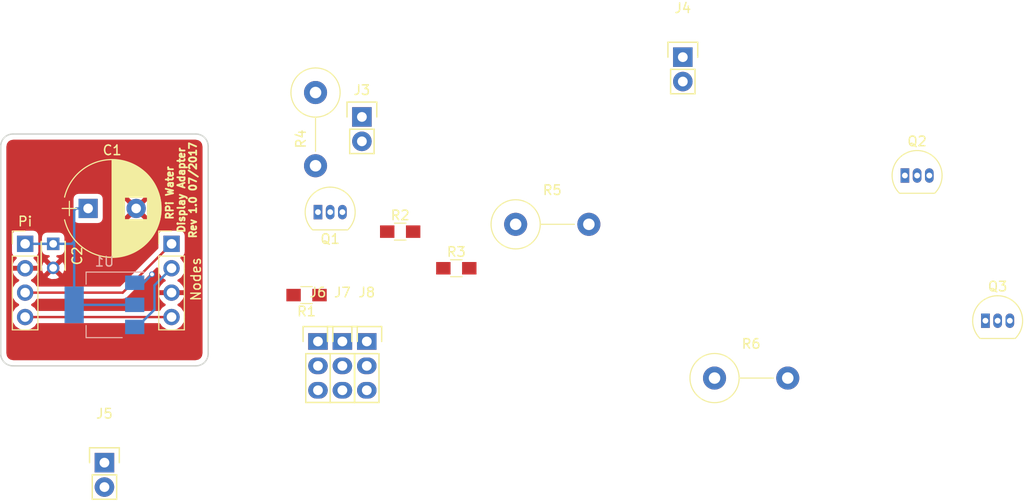
<source format=kicad_pcb>
(kicad_pcb (version 4) (host pcbnew 4.0.6)

  (general
    (links 36)
    (no_connects 25)
    (area 138.075599 95.962399 159.815601 120.242401)
    (thickness 1.6)
    (drawings 9)
    (tracks 19)
    (zones 0)
    (modules 20)
    (nets 17)
  )

  (page A4)
  (layers
    (0 F.Cu signal)
    (31 B.Cu signal)
    (32 B.Adhes user)
    (33 F.Adhes user)
    (34 B.Paste user)
    (35 F.Paste user)
    (36 B.SilkS user)
    (37 F.SilkS user)
    (38 B.Mask user)
    (39 F.Mask user)
    (40 Dwgs.User user)
    (41 Cmts.User user)
    (42 Eco1.User user)
    (43 Eco2.User user)
    (44 Edge.Cuts user)
    (45 Margin user)
    (46 B.CrtYd user hide)
    (47 F.CrtYd user)
    (48 B.Fab user hide)
    (49 F.Fab user hide)
  )

  (setup
    (last_trace_width 0.25)
    (trace_clearance 0.2)
    (zone_clearance 0.508)
    (zone_45_only no)
    (trace_min 0.2)
    (segment_width 0.2)
    (edge_width 0.15)
    (via_size 0.6)
    (via_drill 0.4)
    (via_min_size 0.4)
    (via_min_drill 0.3)
    (uvia_size 0.3)
    (uvia_drill 0.1)
    (uvias_allowed no)
    (uvia_min_size 0.2)
    (uvia_min_drill 0.1)
    (pcb_text_width 0.3)
    (pcb_text_size 1.5 1.5)
    (mod_edge_width 0.15)
    (mod_text_size 1 1)
    (mod_text_width 0.15)
    (pad_size 1.524 1.524)
    (pad_drill 0.762)
    (pad_to_mask_clearance 0.2)
    (aux_axis_origin 0 0)
    (grid_origin 138.1506 94.7674)
    (visible_elements FFFFFF7F)
    (pcbplotparams
      (layerselection 0x000f0_80000001)
      (usegerberextensions false)
      (excludeedgelayer true)
      (linewidth 0.100000)
      (plotframeref false)
      (viasonmask false)
      (mode 1)
      (useauxorigin false)
      (hpglpennumber 1)
      (hpglpenspeed 20)
      (hpglpendiameter 15)
      (hpglpenoverlay 2)
      (psnegative false)
      (psa4output false)
      (plotreference true)
      (plotvalue true)
      (plotinvisibletext false)
      (padsonsilk false)
      (subtractmaskfromsilk false)
      (outputformat 1)
      (mirror false)
      (drillshape 0)
      (scaleselection 1)
      (outputdirectory Gerbers/v1.0/))
  )

  (net 0 "")
  (net 1 "Net-(C1-Pad1)")
  (net 2 "Net-(C1-Pad2)")
  (net 3 "Net-(J1-Pad1)")
  (net 4 "Net-(J1-Pad2)")
  (net 5 "Net-(J1-Pad4)")
  (net 6 "Net-(J3-Pad2)")
  (net 7 "Net-(J6-Pad1)")
  (net 8 "Net-(J4-Pad2)")
  (net 9 "Net-(J7-Pad1)")
  (net 10 "Net-(J5-Pad2)")
  (net 11 "Net-(J8-Pad1)")
  (net 12 "Net-(J3-Pad1)")
  (net 13 "Net-(J4-Pad1)")
  (net 14 "Net-(J5-Pad1)")
  (net 15 +5V)
  (net 16 GND)

  (net_class Default "This is the default net class."
    (clearance 0.2)
    (trace_width 0.25)
    (via_dia 0.6)
    (via_drill 0.4)
    (uvia_dia 0.3)
    (uvia_drill 0.1)
    (add_net +5V)
    (add_net GND)
    (add_net "Net-(C1-Pad1)")
    (add_net "Net-(C1-Pad2)")
    (add_net "Net-(J1-Pad1)")
    (add_net "Net-(J1-Pad2)")
    (add_net "Net-(J1-Pad4)")
    (add_net "Net-(J3-Pad1)")
    (add_net "Net-(J3-Pad2)")
    (add_net "Net-(J4-Pad1)")
    (add_net "Net-(J4-Pad2)")
    (add_net "Net-(J5-Pad1)")
    (add_net "Net-(J5-Pad2)")
    (add_net "Net-(J6-Pad1)")
    (add_net "Net-(J7-Pad1)")
    (add_net "Net-(J8-Pad1)")
  )

  (module Capacitors_THT:CP_Radial_D10.0mm_P5.00mm locked (layer F.Cu) (tedit 58765D06) (tstamp 59580962)
    (at 147.2476 103.7844)
    (descr "CP, Radial series, Radial, pin pitch=5.00mm, , diameter=10mm, Electrolytic Capacitor")
    (tags "CP Radial series Radial pin pitch 5.00mm  diameter 10mm Electrolytic Capacitor")
    (path /59580BD2)
    (fp_text reference C1 (at 2.5 -6.06) (layer F.SilkS)
      (effects (font (size 1 1) (thickness 0.15)))
    )
    (fp_text value CP (at 2.5 6.06) (layer F.Fab)
      (effects (font (size 1 1) (thickness 0.15)))
    )
    (fp_arc (start 2.5 0) (end -2.451333 -1.18) (angle 153.2) (layer F.SilkS) (width 0.12))
    (fp_arc (start 2.5 0) (end -2.451333 1.18) (angle -153.2) (layer F.SilkS) (width 0.12))
    (fp_arc (start 2.5 0) (end 7.451333 -1.18) (angle 26.8) (layer F.SilkS) (width 0.12))
    (fp_circle (center 2.5 0) (end 7.5 0) (layer F.Fab) (width 0.1))
    (fp_line (start -2.7 0) (end -1.2 0) (layer F.Fab) (width 0.1))
    (fp_line (start -1.95 -0.75) (end -1.95 0.75) (layer F.Fab) (width 0.1))
    (fp_line (start 2.5 -5.05) (end 2.5 5.05) (layer F.SilkS) (width 0.12))
    (fp_line (start 2.54 -5.05) (end 2.54 5.05) (layer F.SilkS) (width 0.12))
    (fp_line (start 2.58 -5.05) (end 2.58 5.05) (layer F.SilkS) (width 0.12))
    (fp_line (start 2.62 -5.049) (end 2.62 5.049) (layer F.SilkS) (width 0.12))
    (fp_line (start 2.66 -5.048) (end 2.66 5.048) (layer F.SilkS) (width 0.12))
    (fp_line (start 2.7 -5.047) (end 2.7 5.047) (layer F.SilkS) (width 0.12))
    (fp_line (start 2.74 -5.045) (end 2.74 5.045) (layer F.SilkS) (width 0.12))
    (fp_line (start 2.78 -5.043) (end 2.78 5.043) (layer F.SilkS) (width 0.12))
    (fp_line (start 2.82 -5.04) (end 2.82 5.04) (layer F.SilkS) (width 0.12))
    (fp_line (start 2.86 -5.038) (end 2.86 5.038) (layer F.SilkS) (width 0.12))
    (fp_line (start 2.9 -5.035) (end 2.9 5.035) (layer F.SilkS) (width 0.12))
    (fp_line (start 2.94 -5.031) (end 2.94 5.031) (layer F.SilkS) (width 0.12))
    (fp_line (start 2.98 -5.028) (end 2.98 5.028) (layer F.SilkS) (width 0.12))
    (fp_line (start 3.02 -5.024) (end 3.02 5.024) (layer F.SilkS) (width 0.12))
    (fp_line (start 3.06 -5.02) (end 3.06 5.02) (layer F.SilkS) (width 0.12))
    (fp_line (start 3.1 -5.015) (end 3.1 5.015) (layer F.SilkS) (width 0.12))
    (fp_line (start 3.14 -5.01) (end 3.14 5.01) (layer F.SilkS) (width 0.12))
    (fp_line (start 3.18 -5.005) (end 3.18 5.005) (layer F.SilkS) (width 0.12))
    (fp_line (start 3.221 -4.999) (end 3.221 4.999) (layer F.SilkS) (width 0.12))
    (fp_line (start 3.261 -4.993) (end 3.261 4.993) (layer F.SilkS) (width 0.12))
    (fp_line (start 3.301 -4.987) (end 3.301 4.987) (layer F.SilkS) (width 0.12))
    (fp_line (start 3.341 -4.981) (end 3.341 4.981) (layer F.SilkS) (width 0.12))
    (fp_line (start 3.381 -4.974) (end 3.381 4.974) (layer F.SilkS) (width 0.12))
    (fp_line (start 3.421 -4.967) (end 3.421 4.967) (layer F.SilkS) (width 0.12))
    (fp_line (start 3.461 -4.959) (end 3.461 4.959) (layer F.SilkS) (width 0.12))
    (fp_line (start 3.501 -4.951) (end 3.501 4.951) (layer F.SilkS) (width 0.12))
    (fp_line (start 3.541 -4.943) (end 3.541 4.943) (layer F.SilkS) (width 0.12))
    (fp_line (start 3.581 -4.935) (end 3.581 4.935) (layer F.SilkS) (width 0.12))
    (fp_line (start 3.621 -4.926) (end 3.621 4.926) (layer F.SilkS) (width 0.12))
    (fp_line (start 3.661 -4.917) (end 3.661 4.917) (layer F.SilkS) (width 0.12))
    (fp_line (start 3.701 -4.907) (end 3.701 4.907) (layer F.SilkS) (width 0.12))
    (fp_line (start 3.741 -4.897) (end 3.741 4.897) (layer F.SilkS) (width 0.12))
    (fp_line (start 3.781 -4.887) (end 3.781 4.887) (layer F.SilkS) (width 0.12))
    (fp_line (start 3.821 -4.876) (end 3.821 -1.181) (layer F.SilkS) (width 0.12))
    (fp_line (start 3.821 1.181) (end 3.821 4.876) (layer F.SilkS) (width 0.12))
    (fp_line (start 3.861 -4.865) (end 3.861 -1.181) (layer F.SilkS) (width 0.12))
    (fp_line (start 3.861 1.181) (end 3.861 4.865) (layer F.SilkS) (width 0.12))
    (fp_line (start 3.901 -4.854) (end 3.901 -1.181) (layer F.SilkS) (width 0.12))
    (fp_line (start 3.901 1.181) (end 3.901 4.854) (layer F.SilkS) (width 0.12))
    (fp_line (start 3.941 -4.843) (end 3.941 -1.181) (layer F.SilkS) (width 0.12))
    (fp_line (start 3.941 1.181) (end 3.941 4.843) (layer F.SilkS) (width 0.12))
    (fp_line (start 3.981 -4.831) (end 3.981 -1.181) (layer F.SilkS) (width 0.12))
    (fp_line (start 3.981 1.181) (end 3.981 4.831) (layer F.SilkS) (width 0.12))
    (fp_line (start 4.021 -4.818) (end 4.021 -1.181) (layer F.SilkS) (width 0.12))
    (fp_line (start 4.021 1.181) (end 4.021 4.818) (layer F.SilkS) (width 0.12))
    (fp_line (start 4.061 -4.806) (end 4.061 -1.181) (layer F.SilkS) (width 0.12))
    (fp_line (start 4.061 1.181) (end 4.061 4.806) (layer F.SilkS) (width 0.12))
    (fp_line (start 4.101 -4.792) (end 4.101 -1.181) (layer F.SilkS) (width 0.12))
    (fp_line (start 4.101 1.181) (end 4.101 4.792) (layer F.SilkS) (width 0.12))
    (fp_line (start 4.141 -4.779) (end 4.141 -1.181) (layer F.SilkS) (width 0.12))
    (fp_line (start 4.141 1.181) (end 4.141 4.779) (layer F.SilkS) (width 0.12))
    (fp_line (start 4.181 -4.765) (end 4.181 -1.181) (layer F.SilkS) (width 0.12))
    (fp_line (start 4.181 1.181) (end 4.181 4.765) (layer F.SilkS) (width 0.12))
    (fp_line (start 4.221 -4.751) (end 4.221 -1.181) (layer F.SilkS) (width 0.12))
    (fp_line (start 4.221 1.181) (end 4.221 4.751) (layer F.SilkS) (width 0.12))
    (fp_line (start 4.261 -4.737) (end 4.261 -1.181) (layer F.SilkS) (width 0.12))
    (fp_line (start 4.261 1.181) (end 4.261 4.737) (layer F.SilkS) (width 0.12))
    (fp_line (start 4.301 -4.722) (end 4.301 -1.181) (layer F.SilkS) (width 0.12))
    (fp_line (start 4.301 1.181) (end 4.301 4.722) (layer F.SilkS) (width 0.12))
    (fp_line (start 4.341 -4.706) (end 4.341 -1.181) (layer F.SilkS) (width 0.12))
    (fp_line (start 4.341 1.181) (end 4.341 4.706) (layer F.SilkS) (width 0.12))
    (fp_line (start 4.381 -4.691) (end 4.381 -1.181) (layer F.SilkS) (width 0.12))
    (fp_line (start 4.381 1.181) (end 4.381 4.691) (layer F.SilkS) (width 0.12))
    (fp_line (start 4.421 -4.674) (end 4.421 -1.181) (layer F.SilkS) (width 0.12))
    (fp_line (start 4.421 1.181) (end 4.421 4.674) (layer F.SilkS) (width 0.12))
    (fp_line (start 4.461 -4.658) (end 4.461 -1.181) (layer F.SilkS) (width 0.12))
    (fp_line (start 4.461 1.181) (end 4.461 4.658) (layer F.SilkS) (width 0.12))
    (fp_line (start 4.501 -4.641) (end 4.501 -1.181) (layer F.SilkS) (width 0.12))
    (fp_line (start 4.501 1.181) (end 4.501 4.641) (layer F.SilkS) (width 0.12))
    (fp_line (start 4.541 -4.624) (end 4.541 -1.181) (layer F.SilkS) (width 0.12))
    (fp_line (start 4.541 1.181) (end 4.541 4.624) (layer F.SilkS) (width 0.12))
    (fp_line (start 4.581 -4.606) (end 4.581 -1.181) (layer F.SilkS) (width 0.12))
    (fp_line (start 4.581 1.181) (end 4.581 4.606) (layer F.SilkS) (width 0.12))
    (fp_line (start 4.621 -4.588) (end 4.621 -1.181) (layer F.SilkS) (width 0.12))
    (fp_line (start 4.621 1.181) (end 4.621 4.588) (layer F.SilkS) (width 0.12))
    (fp_line (start 4.661 -4.569) (end 4.661 -1.181) (layer F.SilkS) (width 0.12))
    (fp_line (start 4.661 1.181) (end 4.661 4.569) (layer F.SilkS) (width 0.12))
    (fp_line (start 4.701 -4.55) (end 4.701 -1.181) (layer F.SilkS) (width 0.12))
    (fp_line (start 4.701 1.181) (end 4.701 4.55) (layer F.SilkS) (width 0.12))
    (fp_line (start 4.741 -4.531) (end 4.741 -1.181) (layer F.SilkS) (width 0.12))
    (fp_line (start 4.741 1.181) (end 4.741 4.531) (layer F.SilkS) (width 0.12))
    (fp_line (start 4.781 -4.511) (end 4.781 -1.181) (layer F.SilkS) (width 0.12))
    (fp_line (start 4.781 1.181) (end 4.781 4.511) (layer F.SilkS) (width 0.12))
    (fp_line (start 4.821 -4.491) (end 4.821 -1.181) (layer F.SilkS) (width 0.12))
    (fp_line (start 4.821 1.181) (end 4.821 4.491) (layer F.SilkS) (width 0.12))
    (fp_line (start 4.861 -4.47) (end 4.861 -1.181) (layer F.SilkS) (width 0.12))
    (fp_line (start 4.861 1.181) (end 4.861 4.47) (layer F.SilkS) (width 0.12))
    (fp_line (start 4.901 -4.449) (end 4.901 -1.181) (layer F.SilkS) (width 0.12))
    (fp_line (start 4.901 1.181) (end 4.901 4.449) (layer F.SilkS) (width 0.12))
    (fp_line (start 4.941 -4.428) (end 4.941 -1.181) (layer F.SilkS) (width 0.12))
    (fp_line (start 4.941 1.181) (end 4.941 4.428) (layer F.SilkS) (width 0.12))
    (fp_line (start 4.981 -4.405) (end 4.981 -1.181) (layer F.SilkS) (width 0.12))
    (fp_line (start 4.981 1.181) (end 4.981 4.405) (layer F.SilkS) (width 0.12))
    (fp_line (start 5.021 -4.383) (end 5.021 -1.181) (layer F.SilkS) (width 0.12))
    (fp_line (start 5.021 1.181) (end 5.021 4.383) (layer F.SilkS) (width 0.12))
    (fp_line (start 5.061 -4.36) (end 5.061 -1.181) (layer F.SilkS) (width 0.12))
    (fp_line (start 5.061 1.181) (end 5.061 4.36) (layer F.SilkS) (width 0.12))
    (fp_line (start 5.101 -4.336) (end 5.101 -1.181) (layer F.SilkS) (width 0.12))
    (fp_line (start 5.101 1.181) (end 5.101 4.336) (layer F.SilkS) (width 0.12))
    (fp_line (start 5.141 -4.312) (end 5.141 -1.181) (layer F.SilkS) (width 0.12))
    (fp_line (start 5.141 1.181) (end 5.141 4.312) (layer F.SilkS) (width 0.12))
    (fp_line (start 5.181 -4.288) (end 5.181 -1.181) (layer F.SilkS) (width 0.12))
    (fp_line (start 5.181 1.181) (end 5.181 4.288) (layer F.SilkS) (width 0.12))
    (fp_line (start 5.221 -4.263) (end 5.221 -1.181) (layer F.SilkS) (width 0.12))
    (fp_line (start 5.221 1.181) (end 5.221 4.263) (layer F.SilkS) (width 0.12))
    (fp_line (start 5.261 -4.237) (end 5.261 -1.181) (layer F.SilkS) (width 0.12))
    (fp_line (start 5.261 1.181) (end 5.261 4.237) (layer F.SilkS) (width 0.12))
    (fp_line (start 5.301 -4.211) (end 5.301 -1.181) (layer F.SilkS) (width 0.12))
    (fp_line (start 5.301 1.181) (end 5.301 4.211) (layer F.SilkS) (width 0.12))
    (fp_line (start 5.341 -4.185) (end 5.341 -1.181) (layer F.SilkS) (width 0.12))
    (fp_line (start 5.341 1.181) (end 5.341 4.185) (layer F.SilkS) (width 0.12))
    (fp_line (start 5.381 -4.157) (end 5.381 -1.181) (layer F.SilkS) (width 0.12))
    (fp_line (start 5.381 1.181) (end 5.381 4.157) (layer F.SilkS) (width 0.12))
    (fp_line (start 5.421 -4.13) (end 5.421 -1.181) (layer F.SilkS) (width 0.12))
    (fp_line (start 5.421 1.181) (end 5.421 4.13) (layer F.SilkS) (width 0.12))
    (fp_line (start 5.461 -4.101) (end 5.461 -1.181) (layer F.SilkS) (width 0.12))
    (fp_line (start 5.461 1.181) (end 5.461 4.101) (layer F.SilkS) (width 0.12))
    (fp_line (start 5.501 -4.072) (end 5.501 -1.181) (layer F.SilkS) (width 0.12))
    (fp_line (start 5.501 1.181) (end 5.501 4.072) (layer F.SilkS) (width 0.12))
    (fp_line (start 5.541 -4.043) (end 5.541 -1.181) (layer F.SilkS) (width 0.12))
    (fp_line (start 5.541 1.181) (end 5.541 4.043) (layer F.SilkS) (width 0.12))
    (fp_line (start 5.581 -4.013) (end 5.581 -1.181) (layer F.SilkS) (width 0.12))
    (fp_line (start 5.581 1.181) (end 5.581 4.013) (layer F.SilkS) (width 0.12))
    (fp_line (start 5.621 -3.982) (end 5.621 -1.181) (layer F.SilkS) (width 0.12))
    (fp_line (start 5.621 1.181) (end 5.621 3.982) (layer F.SilkS) (width 0.12))
    (fp_line (start 5.661 -3.951) (end 5.661 -1.181) (layer F.SilkS) (width 0.12))
    (fp_line (start 5.661 1.181) (end 5.661 3.951) (layer F.SilkS) (width 0.12))
    (fp_line (start 5.701 -3.919) (end 5.701 -1.181) (layer F.SilkS) (width 0.12))
    (fp_line (start 5.701 1.181) (end 5.701 3.919) (layer F.SilkS) (width 0.12))
    (fp_line (start 5.741 -3.886) (end 5.741 -1.181) (layer F.SilkS) (width 0.12))
    (fp_line (start 5.741 1.181) (end 5.741 3.886) (layer F.SilkS) (width 0.12))
    (fp_line (start 5.781 -3.853) (end 5.781 -1.181) (layer F.SilkS) (width 0.12))
    (fp_line (start 5.781 1.181) (end 5.781 3.853) (layer F.SilkS) (width 0.12))
    (fp_line (start 5.821 -3.819) (end 5.821 -1.181) (layer F.SilkS) (width 0.12))
    (fp_line (start 5.821 1.181) (end 5.821 3.819) (layer F.SilkS) (width 0.12))
    (fp_line (start 5.861 -3.784) (end 5.861 -1.181) (layer F.SilkS) (width 0.12))
    (fp_line (start 5.861 1.181) (end 5.861 3.784) (layer F.SilkS) (width 0.12))
    (fp_line (start 5.901 -3.748) (end 5.901 -1.181) (layer F.SilkS) (width 0.12))
    (fp_line (start 5.901 1.181) (end 5.901 3.748) (layer F.SilkS) (width 0.12))
    (fp_line (start 5.941 -3.712) (end 5.941 -1.181) (layer F.SilkS) (width 0.12))
    (fp_line (start 5.941 1.181) (end 5.941 3.712) (layer F.SilkS) (width 0.12))
    (fp_line (start 5.981 -3.675) (end 5.981 -1.181) (layer F.SilkS) (width 0.12))
    (fp_line (start 5.981 1.181) (end 5.981 3.675) (layer F.SilkS) (width 0.12))
    (fp_line (start 6.021 -3.637) (end 6.021 -1.181) (layer F.SilkS) (width 0.12))
    (fp_line (start 6.021 1.181) (end 6.021 3.637) (layer F.SilkS) (width 0.12))
    (fp_line (start 6.061 -3.598) (end 6.061 -1.181) (layer F.SilkS) (width 0.12))
    (fp_line (start 6.061 1.181) (end 6.061 3.598) (layer F.SilkS) (width 0.12))
    (fp_line (start 6.101 -3.559) (end 6.101 -1.181) (layer F.SilkS) (width 0.12))
    (fp_line (start 6.101 1.181) (end 6.101 3.559) (layer F.SilkS) (width 0.12))
    (fp_line (start 6.141 -3.518) (end 6.141 -1.181) (layer F.SilkS) (width 0.12))
    (fp_line (start 6.141 1.181) (end 6.141 3.518) (layer F.SilkS) (width 0.12))
    (fp_line (start 6.181 -3.477) (end 6.181 3.477) (layer F.SilkS) (width 0.12))
    (fp_line (start 6.221 -3.435) (end 6.221 3.435) (layer F.SilkS) (width 0.12))
    (fp_line (start 6.261 -3.391) (end 6.261 3.391) (layer F.SilkS) (width 0.12))
    (fp_line (start 6.301 -3.347) (end 6.301 3.347) (layer F.SilkS) (width 0.12))
    (fp_line (start 6.341 -3.302) (end 6.341 3.302) (layer F.SilkS) (width 0.12))
    (fp_line (start 6.381 -3.255) (end 6.381 3.255) (layer F.SilkS) (width 0.12))
    (fp_line (start 6.421 -3.207) (end 6.421 3.207) (layer F.SilkS) (width 0.12))
    (fp_line (start 6.461 -3.158) (end 6.461 3.158) (layer F.SilkS) (width 0.12))
    (fp_line (start 6.501 -3.108) (end 6.501 3.108) (layer F.SilkS) (width 0.12))
    (fp_line (start 6.541 -3.057) (end 6.541 3.057) (layer F.SilkS) (width 0.12))
    (fp_line (start 6.581 -3.004) (end 6.581 3.004) (layer F.SilkS) (width 0.12))
    (fp_line (start 6.621 -2.949) (end 6.621 2.949) (layer F.SilkS) (width 0.12))
    (fp_line (start 6.661 -2.894) (end 6.661 2.894) (layer F.SilkS) (width 0.12))
    (fp_line (start 6.701 -2.836) (end 6.701 2.836) (layer F.SilkS) (width 0.12))
    (fp_line (start 6.741 -2.777) (end 6.741 2.777) (layer F.SilkS) (width 0.12))
    (fp_line (start 6.781 -2.715) (end 6.781 2.715) (layer F.SilkS) (width 0.12))
    (fp_line (start 6.821 -2.652) (end 6.821 2.652) (layer F.SilkS) (width 0.12))
    (fp_line (start 6.861 -2.587) (end 6.861 2.587) (layer F.SilkS) (width 0.12))
    (fp_line (start 6.901 -2.519) (end 6.901 2.519) (layer F.SilkS) (width 0.12))
    (fp_line (start 6.941 -2.449) (end 6.941 2.449) (layer F.SilkS) (width 0.12))
    (fp_line (start 6.981 -2.377) (end 6.981 2.377) (layer F.SilkS) (width 0.12))
    (fp_line (start 7.021 -2.301) (end 7.021 2.301) (layer F.SilkS) (width 0.12))
    (fp_line (start 7.061 -2.222) (end 7.061 2.222) (layer F.SilkS) (width 0.12))
    (fp_line (start 7.101 -2.14) (end 7.101 2.14) (layer F.SilkS) (width 0.12))
    (fp_line (start 7.141 -2.053) (end 7.141 2.053) (layer F.SilkS) (width 0.12))
    (fp_line (start 7.181 -1.962) (end 7.181 1.962) (layer F.SilkS) (width 0.12))
    (fp_line (start 7.221 -1.866) (end 7.221 1.866) (layer F.SilkS) (width 0.12))
    (fp_line (start 7.261 -1.763) (end 7.261 1.763) (layer F.SilkS) (width 0.12))
    (fp_line (start 7.301 -1.654) (end 7.301 1.654) (layer F.SilkS) (width 0.12))
    (fp_line (start 7.341 -1.536) (end 7.341 1.536) (layer F.SilkS) (width 0.12))
    (fp_line (start 7.381 -1.407) (end 7.381 1.407) (layer F.SilkS) (width 0.12))
    (fp_line (start 7.421 -1.265) (end 7.421 1.265) (layer F.SilkS) (width 0.12))
    (fp_line (start 7.461 -1.104) (end 7.461 1.104) (layer F.SilkS) (width 0.12))
    (fp_line (start 7.501 -0.913) (end 7.501 0.913) (layer F.SilkS) (width 0.12))
    (fp_line (start 7.541 -0.672) (end 7.541 0.672) (layer F.SilkS) (width 0.12))
    (fp_line (start 7.581 -0.279) (end 7.581 0.279) (layer F.SilkS) (width 0.12))
    (fp_line (start -2.7 0) (end -1.2 0) (layer F.SilkS) (width 0.12))
    (fp_line (start -1.95 -0.75) (end -1.95 0.75) (layer F.SilkS) (width 0.12))
    (fp_line (start -2.85 -5.35) (end -2.85 5.35) (layer F.CrtYd) (width 0.05))
    (fp_line (start -2.85 5.35) (end 7.85 5.35) (layer F.CrtYd) (width 0.05))
    (fp_line (start 7.85 5.35) (end 7.85 -5.35) (layer F.CrtYd) (width 0.05))
    (fp_line (start 7.85 -5.35) (end -2.85 -5.35) (layer F.CrtYd) (width 0.05))
    (pad 1 thru_hole rect (at 0 0) (size 2 2) (drill 1) (layers *.Cu *.Mask)
      (net 1 "Net-(C1-Pad1)"))
    (pad 2 thru_hole circle (at 5 0) (size 2 2) (drill 1) (layers *.Cu *.Mask)
      (net 2 "Net-(C1-Pad2)"))
    (model Capacitors_THT.3dshapes/CP_Radial_D10.0mm_P5.00mm.wrl
      (at (xyz 0 0 0))
      (scale (xyz 0.393701 0.393701 0.393701))
      (rotate (xyz 0 0 0))
    )
  )

  (module Capacitors_THT:C_Disc_D3_P2.5 locked (layer F.Cu) (tedit 0) (tstamp 59580968)
    (at 143.6116 107.4674 270)
    (descr "Capacitor 3mm Disc, Pitch 2.5mm")
    (tags Capacitor)
    (path /59580C2D)
    (fp_text reference C2 (at 1.25 -2.5 270) (layer F.SilkS)
      (effects (font (size 1 1) (thickness 0.15)))
    )
    (fp_text value C (at 1.25 2.5 270) (layer F.Fab)
      (effects (font (size 1 1) (thickness 0.15)))
    )
    (fp_line (start -0.9 -1.5) (end 3.4 -1.5) (layer F.CrtYd) (width 0.05))
    (fp_line (start 3.4 -1.5) (end 3.4 1.5) (layer F.CrtYd) (width 0.05))
    (fp_line (start 3.4 1.5) (end -0.9 1.5) (layer F.CrtYd) (width 0.05))
    (fp_line (start -0.9 1.5) (end -0.9 -1.5) (layer F.CrtYd) (width 0.05))
    (fp_line (start -0.25 -1.25) (end 2.75 -1.25) (layer F.SilkS) (width 0.15))
    (fp_line (start 2.75 1.25) (end -0.25 1.25) (layer F.SilkS) (width 0.15))
    (pad 1 thru_hole rect (at 0 0 270) (size 1.3 1.3) (drill 0.8) (layers *.Cu *.Mask)
      (net 1 "Net-(C1-Pad1)"))
    (pad 2 thru_hole circle (at 2.5 0 270) (size 1.3 1.3) (drill 0.8001) (layers *.Cu *.Mask)
      (net 2 "Net-(C1-Pad2)"))
    (model Capacitors_ThroughHole.3dshapes/C_Disc_D3_P2.5.wrl
      (at (xyz 0.0492126 0 0))
      (scale (xyz 1 1 1))
      (rotate (xyz 0 0 0))
    )
  )

  (module Pin_Headers:Pin_Header_Straight_1x04_Pitch2.54mm locked (layer F.Cu) (tedit 59580D8B) (tstamp 59580970)
    (at 155.9306 107.4674)
    (descr "Through hole straight pin header, 1x04, 2.54mm pitch, single row")
    (tags "Through hole pin header THT 1x04 2.54mm single row")
    (path /5957EB3F)
    (fp_text reference Nodes (at 2.54 3.683 90) (layer F.SilkS)
      (effects (font (size 1 1) (thickness 0.15)))
    )
    (fp_text value "Node Bus" (at 2.554762 3.9594 90) (layer F.Fab)
      (effects (font (size 1 1) (thickness 0.15)))
    )
    (fp_line (start -1.27 -1.27) (end -1.27 8.89) (layer F.Fab) (width 0.1))
    (fp_line (start -1.27 8.89) (end 1.27 8.89) (layer F.Fab) (width 0.1))
    (fp_line (start 1.27 8.89) (end 1.27 -1.27) (layer F.Fab) (width 0.1))
    (fp_line (start 1.27 -1.27) (end -1.27 -1.27) (layer F.Fab) (width 0.1))
    (fp_line (start -1.33 1.27) (end -1.33 8.95) (layer F.SilkS) (width 0.12))
    (fp_line (start -1.33 8.95) (end 1.33 8.95) (layer F.SilkS) (width 0.12))
    (fp_line (start 1.33 8.95) (end 1.33 1.27) (layer F.SilkS) (width 0.12))
    (fp_line (start 1.33 1.27) (end -1.33 1.27) (layer F.SilkS) (width 0.12))
    (fp_line (start -1.33 0) (end -1.33 -1.33) (layer F.SilkS) (width 0.12))
    (fp_line (start -1.33 -1.33) (end 0 -1.33) (layer F.SilkS) (width 0.12))
    (fp_line (start -1.8 -1.8) (end -1.8 9.4) (layer F.CrtYd) (width 0.05))
    (fp_line (start -1.8 9.4) (end 1.8 9.4) (layer F.CrtYd) (width 0.05))
    (fp_line (start 1.8 9.4) (end 1.8 -1.8) (layer F.CrtYd) (width 0.05))
    (fp_line (start 1.8 -1.8) (end -1.8 -1.8) (layer F.CrtYd) (width 0.05))
    (fp_text user %R (at 0 -2.33) (layer F.Fab)
      (effects (font (size 1 1) (thickness 0.15)))
    )
    (pad 1 thru_hole rect (at 0 0) (size 1.7 1.7) (drill 1) (layers *.Cu *.Mask)
      (net 3 "Net-(J1-Pad1)"))
    (pad 2 thru_hole oval (at 0 2.54) (size 1.7 1.7) (drill 1) (layers *.Cu *.Mask)
      (net 4 "Net-(J1-Pad2)"))
    (pad 3 thru_hole oval (at 0 5.08) (size 1.7 1.7) (drill 1) (layers *.Cu *.Mask)
      (net 2 "Net-(C1-Pad2)"))
    (pad 4 thru_hole oval (at 0 7.62) (size 1.7 1.7) (drill 1) (layers *.Cu *.Mask)
      (net 5 "Net-(J1-Pad4)"))
    (model ${KISYS3DMOD}/Pin_Headers.3dshapes/Pin_Header_Straight_1x04_Pitch2.54mm.wrl
      (at (xyz 0 -0.15 0))
      (scale (xyz 1 1 1))
      (rotate (xyz 0 0 90))
    )
  )

  (module Pin_Headers:Pin_Header_Straight_1x04_Pitch2.54mm locked (layer F.Cu) (tedit 59580D81) (tstamp 59580978)
    (at 140.6906 107.4674)
    (descr "Through hole straight pin header, 1x04, 2.54mm pitch, single row")
    (tags "Through hole pin header THT 1x04 2.54mm single row")
    (path /5957EB04)
    (fp_text reference Pi (at 0 -2.33) (layer F.SilkS)
      (effects (font (size 1 1) (thickness 0.15)))
    )
    (fp_text value "RPI Header 4-10" (at 2.686743 2.6386 90) (layer F.Fab)
      (effects (font (size 1 1) (thickness 0.15)))
    )
    (fp_line (start -1.27 -1.27) (end -1.27 8.89) (layer F.Fab) (width 0.1))
    (fp_line (start -1.27 8.89) (end 1.27 8.89) (layer F.Fab) (width 0.1))
    (fp_line (start 1.27 8.89) (end 1.27 -1.27) (layer F.Fab) (width 0.1))
    (fp_line (start 1.27 -1.27) (end -1.27 -1.27) (layer F.Fab) (width 0.1))
    (fp_line (start -1.33 1.27) (end -1.33 8.95) (layer F.SilkS) (width 0.12))
    (fp_line (start -1.33 8.95) (end 1.33 8.95) (layer F.SilkS) (width 0.12))
    (fp_line (start 1.33 8.95) (end 1.33 1.27) (layer F.SilkS) (width 0.12))
    (fp_line (start 1.33 1.27) (end -1.33 1.27) (layer F.SilkS) (width 0.12))
    (fp_line (start -1.33 0) (end -1.33 -1.33) (layer F.SilkS) (width 0.12))
    (fp_line (start -1.33 -1.33) (end 0 -1.33) (layer F.SilkS) (width 0.12))
    (fp_line (start -1.8 -1.8) (end -1.8 9.4) (layer F.CrtYd) (width 0.05))
    (fp_line (start -1.8 9.4) (end 1.8 9.4) (layer F.CrtYd) (width 0.05))
    (fp_line (start 1.8 9.4) (end 1.8 -1.8) (layer F.CrtYd) (width 0.05))
    (fp_line (start 1.8 -1.8) (end -1.8 -1.8) (layer F.CrtYd) (width 0.05))
    (fp_text user %R (at 0 -2.33) (layer F.Fab)
      (effects (font (size 1 1) (thickness 0.15)))
    )
    (pad 1 thru_hole rect (at 0 0) (size 1.7 1.7) (drill 1) (layers *.Cu *.Mask)
      (net 1 "Net-(C1-Pad1)"))
    (pad 2 thru_hole oval (at 0 2.54) (size 1.7 1.7) (drill 1) (layers *.Cu *.Mask)
      (net 2 "Net-(C1-Pad2)"))
    (pad 3 thru_hole oval (at 0 5.08) (size 1.7 1.7) (drill 1) (layers *.Cu *.Mask)
      (net 3 "Net-(J1-Pad1)"))
    (pad 4 thru_hole oval (at 0 7.62) (size 1.7 1.7) (drill 1) (layers *.Cu *.Mask)
      (net 5 "Net-(J1-Pad4)"))
    (model ${KISYS3DMOD}/Pin_Headers.3dshapes/Pin_Header_Straight_1x04_Pitch2.54mm.wrl
      (at (xyz 0 -0.15 0))
      (scale (xyz 1 1 1))
      (rotate (xyz 0 0 90))
    )
  )

  (module TO_SOT_Packages_SMD:SOT-223 locked (layer B.Cu) (tedit 58CE4E7E) (tstamp 59580980)
    (at 148.9456 113.8174 180)
    (descr "module CMS SOT223 4 pins")
    (tags "CMS SOT")
    (path /595805DC)
    (attr smd)
    (fp_text reference U1 (at 0 4.5 180) (layer B.SilkS)
      (effects (font (size 1 1) (thickness 0.15)) (justify mirror))
    )
    (fp_text value AMS1117-5.0 (at 0 -4.5 180) (layer B.Fab)
      (effects (font (size 1 1) (thickness 0.15)) (justify mirror))
    )
    (fp_text user %R (at 0 0 180) (layer B.Fab)
      (effects (font (size 0.8 0.8) (thickness 0.12)) (justify mirror))
    )
    (fp_line (start -1.85 2.3) (end -0.8 3.35) (layer B.Fab) (width 0.1))
    (fp_line (start 1.91 -3.41) (end 1.91 -2.15) (layer B.SilkS) (width 0.12))
    (fp_line (start 1.91 3.41) (end 1.91 2.15) (layer B.SilkS) (width 0.12))
    (fp_line (start 4.4 3.6) (end -4.4 3.6) (layer B.CrtYd) (width 0.05))
    (fp_line (start 4.4 -3.6) (end 4.4 3.6) (layer B.CrtYd) (width 0.05))
    (fp_line (start -4.4 -3.6) (end 4.4 -3.6) (layer B.CrtYd) (width 0.05))
    (fp_line (start -4.4 3.6) (end -4.4 -3.6) (layer B.CrtYd) (width 0.05))
    (fp_line (start -1.85 2.3) (end -1.85 -3.35) (layer B.Fab) (width 0.1))
    (fp_line (start -1.85 -3.41) (end 1.91 -3.41) (layer B.SilkS) (width 0.12))
    (fp_line (start -0.8 3.35) (end 1.85 3.35) (layer B.Fab) (width 0.1))
    (fp_line (start -4.1 3.41) (end 1.91 3.41) (layer B.SilkS) (width 0.12))
    (fp_line (start -1.85 -3.35) (end 1.85 -3.35) (layer B.Fab) (width 0.1))
    (fp_line (start 1.85 3.35) (end 1.85 -3.35) (layer B.Fab) (width 0.1))
    (pad 4 smd rect (at 3.15 0 180) (size 2 3.8) (layers B.Cu B.Paste B.Mask)
      (net 1 "Net-(C1-Pad1)"))
    (pad 2 smd rect (at -3.15 0 180) (size 2 1.5) (layers B.Cu B.Paste B.Mask)
      (net 1 "Net-(C1-Pad1)"))
    (pad 3 smd rect (at -3.15 -2.3 180) (size 2 1.5) (layers B.Cu B.Paste B.Mask)
      (net 4 "Net-(J1-Pad2)"))
    (pad 1 smd rect (at -3.15 2.3 180) (size 2 1.5) (layers B.Cu B.Paste B.Mask)
      (net 2 "Net-(C1-Pad2)"))
    (model ${KISYS3DMOD}/TO_SOT_Packages_SMD.3dshapes/SOT-223.wrl
      (at (xyz 0 0 0))
      (scale (xyz 1 1 1))
      (rotate (xyz 0 0 0))
    )
  )

  (module Pin_Headers:Pin_Header_Straight_1x02 (layer F.Cu) (tedit 54EA090C) (tstamp 59597409)
    (at 175.7426 94.2594)
    (descr "Through hole pin header")
    (tags "pin header")
    (path /59583A3C)
    (fp_text reference J3 (at 0 -2.794) (layer F.SilkS)
      (effects (font (size 1 1) (thickness 0.15)))
    )
    (fp_text value CONN_01X02 (at 0 -3.1) (layer F.Fab)
      (effects (font (size 1 1) (thickness 0.15)))
    )
    (fp_line (start 1.27 1.27) (end 1.27 3.81) (layer F.SilkS) (width 0.15))
    (fp_line (start 1.55 -1.55) (end 1.55 0) (layer F.SilkS) (width 0.15))
    (fp_line (start -1.75 -1.75) (end -1.75 4.3) (layer F.CrtYd) (width 0.05))
    (fp_line (start 1.75 -1.75) (end 1.75 4.3) (layer F.CrtYd) (width 0.05))
    (fp_line (start -1.75 -1.75) (end 1.75 -1.75) (layer F.CrtYd) (width 0.05))
    (fp_line (start -1.75 4.3) (end 1.75 4.3) (layer F.CrtYd) (width 0.05))
    (fp_line (start 1.27 1.27) (end -1.27 1.27) (layer F.SilkS) (width 0.15))
    (fp_line (start -1.55 0) (end -1.55 -1.55) (layer F.SilkS) (width 0.15))
    (fp_line (start -1.55 -1.55) (end 1.55 -1.55) (layer F.SilkS) (width 0.15))
    (fp_line (start -1.27 1.27) (end -1.27 3.81) (layer F.SilkS) (width 0.15))
    (fp_line (start -1.27 3.81) (end 1.27 3.81) (layer F.SilkS) (width 0.15))
    (pad 1 thru_hole rect (at 0 0) (size 2.032 2.032) (drill 1.016) (layers *.Cu *.Mask)
      (net 12 "Net-(J3-Pad1)"))
    (pad 2 thru_hole oval (at 0 2.54) (size 2.032 2.032) (drill 1.016) (layers *.Cu *.Mask)
      (net 6 "Net-(J3-Pad2)"))
    (model Pin_Headers.3dshapes/Pin_Header_Straight_1x02.wrl
      (at (xyz 0 -0.05 0))
      (scale (xyz 1 1 1))
      (rotate (xyz 0 0 90))
    )
  )

  (module Pin_Headers:Pin_Header_Straight_1x02 (layer F.Cu) (tedit 54EA090C) (tstamp 5959740F)
    (at 209.1436 88.0364)
    (descr "Through hole pin header")
    (tags "pin header")
    (path /5958468B)
    (fp_text reference J4 (at 0 -5.1) (layer F.SilkS)
      (effects (font (size 1 1) (thickness 0.15)))
    )
    (fp_text value CONN_01X02 (at 0 -3.1) (layer F.Fab)
      (effects (font (size 1 1) (thickness 0.15)))
    )
    (fp_line (start 1.27 1.27) (end 1.27 3.81) (layer F.SilkS) (width 0.15))
    (fp_line (start 1.55 -1.55) (end 1.55 0) (layer F.SilkS) (width 0.15))
    (fp_line (start -1.75 -1.75) (end -1.75 4.3) (layer F.CrtYd) (width 0.05))
    (fp_line (start 1.75 -1.75) (end 1.75 4.3) (layer F.CrtYd) (width 0.05))
    (fp_line (start -1.75 -1.75) (end 1.75 -1.75) (layer F.CrtYd) (width 0.05))
    (fp_line (start -1.75 4.3) (end 1.75 4.3) (layer F.CrtYd) (width 0.05))
    (fp_line (start 1.27 1.27) (end -1.27 1.27) (layer F.SilkS) (width 0.15))
    (fp_line (start -1.55 0) (end -1.55 -1.55) (layer F.SilkS) (width 0.15))
    (fp_line (start -1.55 -1.55) (end 1.55 -1.55) (layer F.SilkS) (width 0.15))
    (fp_line (start -1.27 1.27) (end -1.27 3.81) (layer F.SilkS) (width 0.15))
    (fp_line (start -1.27 3.81) (end 1.27 3.81) (layer F.SilkS) (width 0.15))
    (pad 1 thru_hole rect (at 0 0) (size 2.032 2.032) (drill 1.016) (layers *.Cu *.Mask)
      (net 13 "Net-(J4-Pad1)"))
    (pad 2 thru_hole oval (at 0 2.54) (size 2.032 2.032) (drill 1.016) (layers *.Cu *.Mask)
      (net 8 "Net-(J4-Pad2)"))
    (model Pin_Headers.3dshapes/Pin_Header_Straight_1x02.wrl
      (at (xyz 0 -0.05 0))
      (scale (xyz 1 1 1))
      (rotate (xyz 0 0 90))
    )
  )

  (module Pin_Headers:Pin_Header_Straight_1x02 (layer F.Cu) (tedit 54EA090C) (tstamp 59597415)
    (at 148.9456 130.242401)
    (descr "Through hole pin header")
    (tags "pin header")
    (path /595847AA)
    (fp_text reference J5 (at 0 -5.1) (layer F.SilkS)
      (effects (font (size 1 1) (thickness 0.15)))
    )
    (fp_text value CONN_01X02 (at 0 -3.1) (layer F.Fab)
      (effects (font (size 1 1) (thickness 0.15)))
    )
    (fp_line (start 1.27 1.27) (end 1.27 3.81) (layer F.SilkS) (width 0.15))
    (fp_line (start 1.55 -1.55) (end 1.55 0) (layer F.SilkS) (width 0.15))
    (fp_line (start -1.75 -1.75) (end -1.75 4.3) (layer F.CrtYd) (width 0.05))
    (fp_line (start 1.75 -1.75) (end 1.75 4.3) (layer F.CrtYd) (width 0.05))
    (fp_line (start -1.75 -1.75) (end 1.75 -1.75) (layer F.CrtYd) (width 0.05))
    (fp_line (start -1.75 4.3) (end 1.75 4.3) (layer F.CrtYd) (width 0.05))
    (fp_line (start 1.27 1.27) (end -1.27 1.27) (layer F.SilkS) (width 0.15))
    (fp_line (start -1.55 0) (end -1.55 -1.55) (layer F.SilkS) (width 0.15))
    (fp_line (start -1.55 -1.55) (end 1.55 -1.55) (layer F.SilkS) (width 0.15))
    (fp_line (start -1.27 1.27) (end -1.27 3.81) (layer F.SilkS) (width 0.15))
    (fp_line (start -1.27 3.81) (end 1.27 3.81) (layer F.SilkS) (width 0.15))
    (pad 1 thru_hole rect (at 0 0) (size 2.032 2.032) (drill 1.016) (layers *.Cu *.Mask)
      (net 14 "Net-(J5-Pad1)"))
    (pad 2 thru_hole oval (at 0 2.54) (size 2.032 2.032) (drill 1.016) (layers *.Cu *.Mask)
      (net 10 "Net-(J5-Pad2)"))
    (model Pin_Headers.3dshapes/Pin_Header_Straight_1x02.wrl
      (at (xyz 0 -0.05 0))
      (scale (xyz 1 1 1))
      (rotate (xyz 0 0 90))
    )
  )

  (module Pin_Headers:Pin_Header_Straight_1x03 (layer F.Cu) (tedit 0) (tstamp 5959741C)
    (at 171.1706 117.6274)
    (descr "Through hole pin header")
    (tags "pin header")
    (path /5958362E)
    (fp_text reference J6 (at 0 -5.1) (layer F.SilkS)
      (effects (font (size 1 1) (thickness 0.15)))
    )
    (fp_text value PWM (at 0 -3.1) (layer F.Fab)
      (effects (font (size 1 1) (thickness 0.15)))
    )
    (fp_line (start -1.75 -1.75) (end -1.75 6.85) (layer F.CrtYd) (width 0.05))
    (fp_line (start 1.75 -1.75) (end 1.75 6.85) (layer F.CrtYd) (width 0.05))
    (fp_line (start -1.75 -1.75) (end 1.75 -1.75) (layer F.CrtYd) (width 0.05))
    (fp_line (start -1.75 6.85) (end 1.75 6.85) (layer F.CrtYd) (width 0.05))
    (fp_line (start -1.27 1.27) (end -1.27 6.35) (layer F.SilkS) (width 0.15))
    (fp_line (start -1.27 6.35) (end 1.27 6.35) (layer F.SilkS) (width 0.15))
    (fp_line (start 1.27 6.35) (end 1.27 1.27) (layer F.SilkS) (width 0.15))
    (fp_line (start 1.55 -1.55) (end 1.55 0) (layer F.SilkS) (width 0.15))
    (fp_line (start 1.27 1.27) (end -1.27 1.27) (layer F.SilkS) (width 0.15))
    (fp_line (start -1.55 0) (end -1.55 -1.55) (layer F.SilkS) (width 0.15))
    (fp_line (start -1.55 -1.55) (end 1.55 -1.55) (layer F.SilkS) (width 0.15))
    (pad 1 thru_hole rect (at 0 0) (size 2.032 1.7272) (drill 1.016) (layers *.Cu *.Mask)
      (net 7 "Net-(J6-Pad1)"))
    (pad 2 thru_hole oval (at 0 2.54) (size 2.032 1.7272) (drill 1.016) (layers *.Cu *.Mask)
      (net 15 +5V))
    (pad 3 thru_hole oval (at 0 5.08) (size 2.032 1.7272) (drill 1.016) (layers *.Cu *.Mask)
      (net 16 GND))
    (model Pin_Headers.3dshapes/Pin_Header_Straight_1x03.wrl
      (at (xyz 0 -0.1 0))
      (scale (xyz 1 1 1))
      (rotate (xyz 0 0 90))
    )
  )

  (module Pin_Headers:Pin_Header_Straight_1x03 (layer F.Cu) (tedit 0) (tstamp 59597423)
    (at 173.7106 117.6274)
    (descr "Through hole pin header")
    (tags "pin header")
    (path /59584675)
    (fp_text reference J7 (at 0 -5.1) (layer F.SilkS)
      (effects (font (size 1 1) (thickness 0.15)))
    )
    (fp_text value PWM (at 0 -3.1) (layer F.Fab)
      (effects (font (size 1 1) (thickness 0.15)))
    )
    (fp_line (start -1.75 -1.75) (end -1.75 6.85) (layer F.CrtYd) (width 0.05))
    (fp_line (start 1.75 -1.75) (end 1.75 6.85) (layer F.CrtYd) (width 0.05))
    (fp_line (start -1.75 -1.75) (end 1.75 -1.75) (layer F.CrtYd) (width 0.05))
    (fp_line (start -1.75 6.85) (end 1.75 6.85) (layer F.CrtYd) (width 0.05))
    (fp_line (start -1.27 1.27) (end -1.27 6.35) (layer F.SilkS) (width 0.15))
    (fp_line (start -1.27 6.35) (end 1.27 6.35) (layer F.SilkS) (width 0.15))
    (fp_line (start 1.27 6.35) (end 1.27 1.27) (layer F.SilkS) (width 0.15))
    (fp_line (start 1.55 -1.55) (end 1.55 0) (layer F.SilkS) (width 0.15))
    (fp_line (start 1.27 1.27) (end -1.27 1.27) (layer F.SilkS) (width 0.15))
    (fp_line (start -1.55 0) (end -1.55 -1.55) (layer F.SilkS) (width 0.15))
    (fp_line (start -1.55 -1.55) (end 1.55 -1.55) (layer F.SilkS) (width 0.15))
    (pad 1 thru_hole rect (at 0 0) (size 2.032 1.7272) (drill 1.016) (layers *.Cu *.Mask)
      (net 9 "Net-(J7-Pad1)"))
    (pad 2 thru_hole oval (at 0 2.54) (size 2.032 1.7272) (drill 1.016) (layers *.Cu *.Mask)
      (net 15 +5V))
    (pad 3 thru_hole oval (at 0 5.08) (size 2.032 1.7272) (drill 1.016) (layers *.Cu *.Mask)
      (net 16 GND))
    (model Pin_Headers.3dshapes/Pin_Header_Straight_1x03.wrl
      (at (xyz 0 -0.1 0))
      (scale (xyz 1 1 1))
      (rotate (xyz 0 0 90))
    )
  )

  (module Pin_Headers:Pin_Header_Straight_1x03 (layer F.Cu) (tedit 0) (tstamp 5959742A)
    (at 176.2506 117.6274)
    (descr "Through hole pin header")
    (tags "pin header")
    (path /59584794)
    (fp_text reference J8 (at 0 -5.1) (layer F.SilkS)
      (effects (font (size 1 1) (thickness 0.15)))
    )
    (fp_text value PWM (at 0 -3.1) (layer F.Fab)
      (effects (font (size 1 1) (thickness 0.15)))
    )
    (fp_line (start -1.75 -1.75) (end -1.75 6.85) (layer F.CrtYd) (width 0.05))
    (fp_line (start 1.75 -1.75) (end 1.75 6.85) (layer F.CrtYd) (width 0.05))
    (fp_line (start -1.75 -1.75) (end 1.75 -1.75) (layer F.CrtYd) (width 0.05))
    (fp_line (start -1.75 6.85) (end 1.75 6.85) (layer F.CrtYd) (width 0.05))
    (fp_line (start -1.27 1.27) (end -1.27 6.35) (layer F.SilkS) (width 0.15))
    (fp_line (start -1.27 6.35) (end 1.27 6.35) (layer F.SilkS) (width 0.15))
    (fp_line (start 1.27 6.35) (end 1.27 1.27) (layer F.SilkS) (width 0.15))
    (fp_line (start 1.55 -1.55) (end 1.55 0) (layer F.SilkS) (width 0.15))
    (fp_line (start 1.27 1.27) (end -1.27 1.27) (layer F.SilkS) (width 0.15))
    (fp_line (start -1.55 0) (end -1.55 -1.55) (layer F.SilkS) (width 0.15))
    (fp_line (start -1.55 -1.55) (end 1.55 -1.55) (layer F.SilkS) (width 0.15))
    (pad 1 thru_hole rect (at 0 0) (size 2.032 1.7272) (drill 1.016) (layers *.Cu *.Mask)
      (net 11 "Net-(J8-Pad1)"))
    (pad 2 thru_hole oval (at 0 2.54) (size 2.032 1.7272) (drill 1.016) (layers *.Cu *.Mask)
      (net 15 +5V))
    (pad 3 thru_hole oval (at 0 5.08) (size 2.032 1.7272) (drill 1.016) (layers *.Cu *.Mask)
      (net 16 GND))
    (model Pin_Headers.3dshapes/Pin_Header_Straight_1x03.wrl
      (at (xyz 0 -0.1 0))
      (scale (xyz 1 1 1))
      (rotate (xyz 0 0 90))
    )
  )

  (module TO_SOT_Packages_THT:TO-92_Inline_Narrow_Oval (layer F.Cu) (tedit 58CE52AF) (tstamp 59597431)
    (at 171.1706 104.1654)
    (descr "TO-92 leads in-line, narrow, oval pads, drill 0.6mm (see NXP sot054_po.pdf)")
    (tags "to-92 sc-43 sc-43a sot54 PA33 transistor")
    (path /5959708E)
    (fp_text reference Q1 (at 1.27 2.794) (layer F.SilkS)
      (effects (font (size 1 1) (thickness 0.15)))
    )
    (fp_text value PN2222 (at 1.27 2.79) (layer F.Fab)
      (effects (font (size 1 1) (thickness 0.15)))
    )
    (fp_text user %R (at 1.27 -3.56) (layer F.Fab)
      (effects (font (size 1 1) (thickness 0.15)))
    )
    (fp_line (start -0.53 1.85) (end 3.07 1.85) (layer F.SilkS) (width 0.12))
    (fp_line (start -0.5 1.75) (end 3 1.75) (layer F.Fab) (width 0.1))
    (fp_line (start -1.46 -2.73) (end 4 -2.73) (layer F.CrtYd) (width 0.05))
    (fp_line (start -1.46 -2.73) (end -1.46 2.01) (layer F.CrtYd) (width 0.05))
    (fp_line (start 4 2.01) (end 4 -2.73) (layer F.CrtYd) (width 0.05))
    (fp_line (start 4 2.01) (end -1.46 2.01) (layer F.CrtYd) (width 0.05))
    (fp_arc (start 1.27 0) (end 1.27 -2.48) (angle 135) (layer F.Fab) (width 0.1))
    (fp_arc (start 1.27 0) (end 1.27 -2.6) (angle -135) (layer F.SilkS) (width 0.12))
    (fp_arc (start 1.27 0) (end 1.27 -2.48) (angle -135) (layer F.Fab) (width 0.1))
    (fp_arc (start 1.27 0) (end 1.27 -2.6) (angle 135) (layer F.SilkS) (width 0.12))
    (pad 2 thru_hole oval (at 1.27 0 180) (size 0.9 1.5) (drill 0.6) (layers *.Cu *.Mask)
      (net 7 "Net-(J6-Pad1)"))
    (pad 3 thru_hole oval (at 2.54 0 180) (size 0.9 1.5) (drill 0.6) (layers *.Cu *.Mask)
      (net 6 "Net-(J3-Pad2)"))
    (pad 1 thru_hole rect (at 0 0 180) (size 0.9 1.5) (drill 0.6) (layers *.Cu *.Mask)
      (net 16 GND))
    (model ${KISYS3DMOD}/TO_SOT_Packages_THT.3dshapes/TO-92_Inline_Narrow_Oval.wrl
      (at (xyz 0.05 0 0))
      (scale (xyz 1 1 1))
      (rotate (xyz 0 0 -90))
    )
  )

  (module TO_SOT_Packages_THT:TO-92_Inline_Narrow_Oval (layer F.Cu) (tedit 58CE52AF) (tstamp 59597438)
    (at 232.2576 100.3554)
    (descr "TO-92 leads in-line, narrow, oval pads, drill 0.6mm (see NXP sot054_po.pdf)")
    (tags "to-92 sc-43 sc-43a sot54 PA33 transistor")
    (path /595970EA)
    (fp_text reference Q2 (at 1.27 -3.56) (layer F.SilkS)
      (effects (font (size 1 1) (thickness 0.15)))
    )
    (fp_text value PN2222 (at 1.27 2.79) (layer F.Fab)
      (effects (font (size 1 1) (thickness 0.15)))
    )
    (fp_text user %R (at 1.27 -3.56) (layer F.Fab)
      (effects (font (size 1 1) (thickness 0.15)))
    )
    (fp_line (start -0.53 1.85) (end 3.07 1.85) (layer F.SilkS) (width 0.12))
    (fp_line (start -0.5 1.75) (end 3 1.75) (layer F.Fab) (width 0.1))
    (fp_line (start -1.46 -2.73) (end 4 -2.73) (layer F.CrtYd) (width 0.05))
    (fp_line (start -1.46 -2.73) (end -1.46 2.01) (layer F.CrtYd) (width 0.05))
    (fp_line (start 4 2.01) (end 4 -2.73) (layer F.CrtYd) (width 0.05))
    (fp_line (start 4 2.01) (end -1.46 2.01) (layer F.CrtYd) (width 0.05))
    (fp_arc (start 1.27 0) (end 1.27 -2.48) (angle 135) (layer F.Fab) (width 0.1))
    (fp_arc (start 1.27 0) (end 1.27 -2.6) (angle -135) (layer F.SilkS) (width 0.12))
    (fp_arc (start 1.27 0) (end 1.27 -2.48) (angle -135) (layer F.Fab) (width 0.1))
    (fp_arc (start 1.27 0) (end 1.27 -2.6) (angle 135) (layer F.SilkS) (width 0.12))
    (pad 2 thru_hole oval (at 1.27 0 180) (size 0.9 1.5) (drill 0.6) (layers *.Cu *.Mask)
      (net 9 "Net-(J7-Pad1)"))
    (pad 3 thru_hole oval (at 2.54 0 180) (size 0.9 1.5) (drill 0.6) (layers *.Cu *.Mask)
      (net 8 "Net-(J4-Pad2)"))
    (pad 1 thru_hole rect (at 0 0 180) (size 0.9 1.5) (drill 0.6) (layers *.Cu *.Mask)
      (net 16 GND))
    (model ${KISYS3DMOD}/TO_SOT_Packages_THT.3dshapes/TO-92_Inline_Narrow_Oval.wrl
      (at (xyz 0.05 0 0))
      (scale (xyz 1 1 1))
      (rotate (xyz 0 0 -90))
    )
  )

  (module TO_SOT_Packages_THT:TO-92_Inline_Narrow_Oval (layer F.Cu) (tedit 58CE52AF) (tstamp 5959743F)
    (at 240.6396 115.4684)
    (descr "TO-92 leads in-line, narrow, oval pads, drill 0.6mm (see NXP sot054_po.pdf)")
    (tags "to-92 sc-43 sc-43a sot54 PA33 transistor")
    (path /59597137)
    (fp_text reference Q3 (at 1.27 -3.56) (layer F.SilkS)
      (effects (font (size 1 1) (thickness 0.15)))
    )
    (fp_text value PN2222 (at 1.27 2.79) (layer F.Fab)
      (effects (font (size 1 1) (thickness 0.15)))
    )
    (fp_text user %R (at 1.27 -3.56) (layer F.Fab)
      (effects (font (size 1 1) (thickness 0.15)))
    )
    (fp_line (start -0.53 1.85) (end 3.07 1.85) (layer F.SilkS) (width 0.12))
    (fp_line (start -0.5 1.75) (end 3 1.75) (layer F.Fab) (width 0.1))
    (fp_line (start -1.46 -2.73) (end 4 -2.73) (layer F.CrtYd) (width 0.05))
    (fp_line (start -1.46 -2.73) (end -1.46 2.01) (layer F.CrtYd) (width 0.05))
    (fp_line (start 4 2.01) (end 4 -2.73) (layer F.CrtYd) (width 0.05))
    (fp_line (start 4 2.01) (end -1.46 2.01) (layer F.CrtYd) (width 0.05))
    (fp_arc (start 1.27 0) (end 1.27 -2.48) (angle 135) (layer F.Fab) (width 0.1))
    (fp_arc (start 1.27 0) (end 1.27 -2.6) (angle -135) (layer F.SilkS) (width 0.12))
    (fp_arc (start 1.27 0) (end 1.27 -2.48) (angle -135) (layer F.Fab) (width 0.1))
    (fp_arc (start 1.27 0) (end 1.27 -2.6) (angle 135) (layer F.SilkS) (width 0.12))
    (pad 2 thru_hole oval (at 1.27 0 180) (size 0.9 1.5) (drill 0.6) (layers *.Cu *.Mask)
      (net 11 "Net-(J8-Pad1)"))
    (pad 3 thru_hole oval (at 2.54 0 180) (size 0.9 1.5) (drill 0.6) (layers *.Cu *.Mask)
      (net 10 "Net-(J5-Pad2)"))
    (pad 1 thru_hole rect (at 0 0 180) (size 0.9 1.5) (drill 0.6) (layers *.Cu *.Mask)
      (net 16 GND))
    (model ${KISYS3DMOD}/TO_SOT_Packages_THT.3dshapes/TO-92_Inline_Narrow_Oval.wrl
      (at (xyz 0.05 0 0))
      (scale (xyz 1 1 1))
      (rotate (xyz 0 0 -90))
    )
  )

  (module Resistors_SMD:R_0805_HandSoldering (layer F.Cu) (tedit 58E0A804) (tstamp 59597445)
    (at 169.9806 112.8014 180)
    (descr "Resistor SMD 0805, hand soldering")
    (tags "resistor 0805")
    (path /5958399C)
    (attr smd)
    (fp_text reference R1 (at 0 -1.7 180) (layer F.SilkS)
      (effects (font (size 1 1) (thickness 0.15)))
    )
    (fp_text value 10k (at 0 1.75 180) (layer F.Fab)
      (effects (font (size 1 1) (thickness 0.15)))
    )
    (fp_text user %R (at 0 0 180) (layer F.Fab)
      (effects (font (size 0.5 0.5) (thickness 0.075)))
    )
    (fp_line (start -1 0.62) (end -1 -0.62) (layer F.Fab) (width 0.1))
    (fp_line (start 1 0.62) (end -1 0.62) (layer F.Fab) (width 0.1))
    (fp_line (start 1 -0.62) (end 1 0.62) (layer F.Fab) (width 0.1))
    (fp_line (start -1 -0.62) (end 1 -0.62) (layer F.Fab) (width 0.1))
    (fp_line (start 0.6 0.88) (end -0.6 0.88) (layer F.SilkS) (width 0.12))
    (fp_line (start -0.6 -0.88) (end 0.6 -0.88) (layer F.SilkS) (width 0.12))
    (fp_line (start -2.35 -0.9) (end 2.35 -0.9) (layer F.CrtYd) (width 0.05))
    (fp_line (start -2.35 -0.9) (end -2.35 0.9) (layer F.CrtYd) (width 0.05))
    (fp_line (start 2.35 0.9) (end 2.35 -0.9) (layer F.CrtYd) (width 0.05))
    (fp_line (start 2.35 0.9) (end -2.35 0.9) (layer F.CrtYd) (width 0.05))
    (pad 1 smd rect (at -1.35 0 180) (size 1.5 1.3) (layers F.Cu F.Paste F.Mask)
      (net 7 "Net-(J6-Pad1)"))
    (pad 2 smd rect (at 1.35 0 180) (size 1.5 1.3) (layers F.Cu F.Paste F.Mask)
      (net 16 GND))
    (model ${KISYS3DMOD}/Resistors_SMD.3dshapes/R_0805.wrl
      (at (xyz 0 0 0))
      (scale (xyz 1 1 1))
      (rotate (xyz 0 0 0))
    )
  )

  (module Resistors_SMD:R_0805_HandSoldering (layer F.Cu) (tedit 58E0A804) (tstamp 5959744B)
    (at 179.7266 106.1974)
    (descr "Resistor SMD 0805, hand soldering")
    (tags "resistor 0805")
    (path /59584682)
    (attr smd)
    (fp_text reference R2 (at 0 -1.7) (layer F.SilkS)
      (effects (font (size 1 1) (thickness 0.15)))
    )
    (fp_text value 10k (at 0 1.75) (layer F.Fab)
      (effects (font (size 1 1) (thickness 0.15)))
    )
    (fp_text user %R (at 0 0) (layer F.Fab)
      (effects (font (size 0.5 0.5) (thickness 0.075)))
    )
    (fp_line (start -1 0.62) (end -1 -0.62) (layer F.Fab) (width 0.1))
    (fp_line (start 1 0.62) (end -1 0.62) (layer F.Fab) (width 0.1))
    (fp_line (start 1 -0.62) (end 1 0.62) (layer F.Fab) (width 0.1))
    (fp_line (start -1 -0.62) (end 1 -0.62) (layer F.Fab) (width 0.1))
    (fp_line (start 0.6 0.88) (end -0.6 0.88) (layer F.SilkS) (width 0.12))
    (fp_line (start -0.6 -0.88) (end 0.6 -0.88) (layer F.SilkS) (width 0.12))
    (fp_line (start -2.35 -0.9) (end 2.35 -0.9) (layer F.CrtYd) (width 0.05))
    (fp_line (start -2.35 -0.9) (end -2.35 0.9) (layer F.CrtYd) (width 0.05))
    (fp_line (start 2.35 0.9) (end 2.35 -0.9) (layer F.CrtYd) (width 0.05))
    (fp_line (start 2.35 0.9) (end -2.35 0.9) (layer F.CrtYd) (width 0.05))
    (pad 1 smd rect (at -1.35 0) (size 1.5 1.3) (layers F.Cu F.Paste F.Mask)
      (net 9 "Net-(J7-Pad1)"))
    (pad 2 smd rect (at 1.35 0) (size 1.5 1.3) (layers F.Cu F.Paste F.Mask)
      (net 16 GND))
    (model ${KISYS3DMOD}/Resistors_SMD.3dshapes/R_0805.wrl
      (at (xyz 0 0 0))
      (scale (xyz 1 1 1))
      (rotate (xyz 0 0 0))
    )
  )

  (module Resistors_SMD:R_0805_HandSoldering (layer F.Cu) (tedit 58E0A804) (tstamp 59597451)
    (at 185.5686 110.0074)
    (descr "Resistor SMD 0805, hand soldering")
    (tags "resistor 0805")
    (path /595847A1)
    (attr smd)
    (fp_text reference R3 (at 0 -1.7) (layer F.SilkS)
      (effects (font (size 1 1) (thickness 0.15)))
    )
    (fp_text value 10k (at 0 1.75) (layer F.Fab)
      (effects (font (size 1 1) (thickness 0.15)))
    )
    (fp_text user %R (at 0 0) (layer F.Fab)
      (effects (font (size 0.5 0.5) (thickness 0.075)))
    )
    (fp_line (start -1 0.62) (end -1 -0.62) (layer F.Fab) (width 0.1))
    (fp_line (start 1 0.62) (end -1 0.62) (layer F.Fab) (width 0.1))
    (fp_line (start 1 -0.62) (end 1 0.62) (layer F.Fab) (width 0.1))
    (fp_line (start -1 -0.62) (end 1 -0.62) (layer F.Fab) (width 0.1))
    (fp_line (start 0.6 0.88) (end -0.6 0.88) (layer F.SilkS) (width 0.12))
    (fp_line (start -0.6 -0.88) (end 0.6 -0.88) (layer F.SilkS) (width 0.12))
    (fp_line (start -2.35 -0.9) (end 2.35 -0.9) (layer F.CrtYd) (width 0.05))
    (fp_line (start -2.35 -0.9) (end -2.35 0.9) (layer F.CrtYd) (width 0.05))
    (fp_line (start 2.35 0.9) (end 2.35 -0.9) (layer F.CrtYd) (width 0.05))
    (fp_line (start 2.35 0.9) (end -2.35 0.9) (layer F.CrtYd) (width 0.05))
    (pad 1 smd rect (at -1.35 0) (size 1.5 1.3) (layers F.Cu F.Paste F.Mask)
      (net 11 "Net-(J8-Pad1)"))
    (pad 2 smd rect (at 1.35 0) (size 1.5 1.3) (layers F.Cu F.Paste F.Mask)
      (net 16 GND))
    (model ${KISYS3DMOD}/Resistors_SMD.3dshapes/R_0805.wrl
      (at (xyz 0 0 0))
      (scale (xyz 1 1 1))
      (rotate (xyz 0 0 0))
    )
  )

  (module Resistors_THT:R_Axial_DIN0516_L15.5mm_D5.0mm_P7.62mm_Vertical (layer F.Cu) (tedit 5874F706) (tstamp 59597457)
    (at 170.9166 91.7194 270)
    (descr "Resistor, Axial_DIN0516 series, Axial, Vertical, pin pitch=7.62mm, 2W, length*diameter=15.5*5mm^2, http://cdn-reichelt.de/documents/datenblatt/B400/1_4W%23YAG.pdf")
    (tags "Resistor Axial_DIN0516 series Axial Vertical pin pitch 7.62mm 2W length 15.5mm diameter 5mm")
    (path /595975E7)
    (fp_text reference R4 (at 4.826 1.524 270) (layer F.SilkS)
      (effects (font (size 1 1) (thickness 0.15)))
    )
    (fp_text value 29 (at 3.81 3.56 270) (layer F.Fab)
      (effects (font (size 1 1) (thickness 0.15)))
    )
    (fp_circle (center 0 0) (end 2.5 0) (layer F.Fab) (width 0.1))
    (fp_circle (center 0 0) (end 2.56 0) (layer F.SilkS) (width 0.12))
    (fp_line (start 0 0) (end 7.62 0) (layer F.Fab) (width 0.1))
    (fp_line (start 2.56 0) (end 6.12 0) (layer F.SilkS) (width 0.12))
    (fp_line (start -2.85 -2.85) (end -2.85 2.85) (layer F.CrtYd) (width 0.05))
    (fp_line (start -2.85 2.85) (end 9.15 2.85) (layer F.CrtYd) (width 0.05))
    (fp_line (start 9.15 2.85) (end 9.15 -2.85) (layer F.CrtYd) (width 0.05))
    (fp_line (start 9.15 -2.85) (end -2.85 -2.85) (layer F.CrtYd) (width 0.05))
    (pad 1 thru_hole circle (at 0 0 270) (size 2.4 2.4) (drill 1.2) (layers *.Cu *.Mask)
      (net 12 "Net-(J3-Pad1)"))
    (pad 2 thru_hole oval (at 7.62 0 270) (size 2.4 2.4) (drill 1.2) (layers *.Cu *.Mask)
      (net 15 +5V))
    (model Resistors_THT.3dshapes/R_Axial_DIN0516_L15.5mm_D5.0mm_P7.62mm_Vertical.wrl
      (at (xyz 0 0 0))
      (scale (xyz 0.393701 0.393701 0.393701))
      (rotate (xyz 0 0 0))
    )
  )

  (module Resistors_THT:R_Axial_DIN0516_L15.5mm_D5.0mm_P7.62mm_Vertical (layer F.Cu) (tedit 5874F706) (tstamp 5959745D)
    (at 191.7446 105.4354)
    (descr "Resistor, Axial_DIN0516 series, Axial, Vertical, pin pitch=7.62mm, 2W, length*diameter=15.5*5mm^2, http://cdn-reichelt.de/documents/datenblatt/B400/1_4W%23YAG.pdf")
    (tags "Resistor Axial_DIN0516 series Axial Vertical pin pitch 7.62mm 2W length 15.5mm diameter 5mm")
    (path /59597648)
    (fp_text reference R5 (at 3.81 -3.56) (layer F.SilkS)
      (effects (font (size 1 1) (thickness 0.15)))
    )
    (fp_text value 17 (at 3.81 3.56) (layer F.Fab)
      (effects (font (size 1 1) (thickness 0.15)))
    )
    (fp_circle (center 0 0) (end 2.5 0) (layer F.Fab) (width 0.1))
    (fp_circle (center 0 0) (end 2.56 0) (layer F.SilkS) (width 0.12))
    (fp_line (start 0 0) (end 7.62 0) (layer F.Fab) (width 0.1))
    (fp_line (start 2.56 0) (end 6.12 0) (layer F.SilkS) (width 0.12))
    (fp_line (start -2.85 -2.85) (end -2.85 2.85) (layer F.CrtYd) (width 0.05))
    (fp_line (start -2.85 2.85) (end 9.15 2.85) (layer F.CrtYd) (width 0.05))
    (fp_line (start 9.15 2.85) (end 9.15 -2.85) (layer F.CrtYd) (width 0.05))
    (fp_line (start 9.15 -2.85) (end -2.85 -2.85) (layer F.CrtYd) (width 0.05))
    (pad 1 thru_hole circle (at 0 0) (size 2.4 2.4) (drill 1.2) (layers *.Cu *.Mask)
      (net 13 "Net-(J4-Pad1)"))
    (pad 2 thru_hole oval (at 7.62 0) (size 2.4 2.4) (drill 1.2) (layers *.Cu *.Mask)
      (net 15 +5V))
    (model Resistors_THT.3dshapes/R_Axial_DIN0516_L15.5mm_D5.0mm_P7.62mm_Vertical.wrl
      (at (xyz 0 0 0))
      (scale (xyz 0.393701 0.393701 0.393701))
      (rotate (xyz 0 0 0))
    )
  )

  (module Resistors_THT:R_Axial_DIN0516_L15.5mm_D5.0mm_P7.62mm_Vertical (layer F.Cu) (tedit 5874F706) (tstamp 59597463)
    (at 212.4456 121.4374)
    (descr "Resistor, Axial_DIN0516 series, Axial, Vertical, pin pitch=7.62mm, 2W, length*diameter=15.5*5mm^2, http://cdn-reichelt.de/documents/datenblatt/B400/1_4W%23YAG.pdf")
    (tags "Resistor Axial_DIN0516 series Axial Vertical pin pitch 7.62mm 2W length 15.5mm diameter 5mm")
    (path /5959784E)
    (fp_text reference R6 (at 3.81 -3.56) (layer F.SilkS)
      (effects (font (size 1 1) (thickness 0.15)))
    )
    (fp_text value 17 (at 3.81 3.56) (layer F.Fab)
      (effects (font (size 1 1) (thickness 0.15)))
    )
    (fp_circle (center 0 0) (end 2.5 0) (layer F.Fab) (width 0.1))
    (fp_circle (center 0 0) (end 2.56 0) (layer F.SilkS) (width 0.12))
    (fp_line (start 0 0) (end 7.62 0) (layer F.Fab) (width 0.1))
    (fp_line (start 2.56 0) (end 6.12 0) (layer F.SilkS) (width 0.12))
    (fp_line (start -2.85 -2.85) (end -2.85 2.85) (layer F.CrtYd) (width 0.05))
    (fp_line (start -2.85 2.85) (end 9.15 2.85) (layer F.CrtYd) (width 0.05))
    (fp_line (start 9.15 2.85) (end 9.15 -2.85) (layer F.CrtYd) (width 0.05))
    (fp_line (start 9.15 -2.85) (end -2.85 -2.85) (layer F.CrtYd) (width 0.05))
    (pad 1 thru_hole circle (at 0 0) (size 2.4 2.4) (drill 1.2) (layers *.Cu *.Mask)
      (net 14 "Net-(J5-Pad1)"))
    (pad 2 thru_hole oval (at 7.62 0) (size 2.4 2.4) (drill 1.2) (layers *.Cu *.Mask)
      (net 15 +5V))
    (model Resistors_THT.3dshapes/R_Axial_DIN0516_L15.5mm_D5.0mm_P7.62mm_Vertical.wrl
      (at (xyz 0 0 0))
      (scale (xyz 0.393701 0.393701 0.393701))
      (rotate (xyz 0 0 0))
    )
  )

  (gr_text "RPi Water \nDisplay Adapter\nRev 1.0 07/2017" (at 156.9466 101.8794 90) (layer F.SilkS)
    (effects (font (size 0.75 0.75) (thickness 0.1875)))
  )
  (gr_line (start 138.1506 118.8974) (end 138.1506 97.3074) (layer Edge.Cuts) (width 0.15))
  (gr_line (start 158.4706 120.1674) (end 139.4206 120.1674) (layer Edge.Cuts) (width 0.15))
  (gr_line (start 159.7406 97.3074) (end 159.7406 118.8974) (layer Edge.Cuts) (width 0.15))
  (gr_line (start 139.4206 96.0374) (end 158.4706 96.0374) (layer Edge.Cuts) (width 0.15))
  (gr_arc (start 139.4206 118.8974) (end 139.4206 120.1674) (angle 90) (layer Edge.Cuts) (width 0.15))
  (gr_arc (start 158.4706 118.8974) (end 159.7406 118.8974) (angle 90) (layer Edge.Cuts) (width 0.15))
  (gr_arc (start 158.4706 97.3074) (end 158.4706 96.0374) (angle 90) (layer Edge.Cuts) (width 0.15))
  (gr_arc (start 139.4206 97.3074) (end 138.1506 97.3074) (angle 90) (layer Edge.Cuts) (width 0.15))

  (segment (start 143.6116 107.4674) (end 142.7116 107.4674) (width 0.25) (layer B.Cu) (net 1))
  (segment (start 142.7116 107.4674) (end 140.6906 107.4674) (width 0.25) (layer B.Cu) (net 1))
  (segment (start 145.7956 107.2134) (end 145.7956 103.9864) (width 0.25) (layer B.Cu) (net 1))
  (segment (start 145.5416 107.4674) (end 143.6116 107.4674) (width 0.25) (layer B.Cu) (net 1))
  (segment (start 145.7956 113.8174) (end 145.7956 107.2134) (width 0.25) (layer B.Cu) (net 1))
  (segment (start 145.7956 107.2134) (end 145.5416 107.4674) (width 0.25) (layer B.Cu) (net 1))
  (segment (start 145.7956 103.9864) (end 145.9976 103.7844) (width 0.25) (layer B.Cu) (net 1))
  (segment (start 145.9976 103.7844) (end 147.2476 103.7844) (width 0.25) (layer B.Cu) (net 1))
  (segment (start 152.0956 113.8174) (end 145.7956 113.8174) (width 0.25) (layer B.Cu) (net 1))
  (segment (start 152.0956 111.5174) (end 153.0236 111.5174) (width 0.25) (layer B.Cu) (net 2))
  (segment (start 153.0236 111.5174) (end 153.8986 110.6424) (width 0.25) (layer B.Cu) (net 2))
  (via (at 153.8986 110.6424) (size 0.6) (drill 0.4) (layers F.Cu B.Cu) (net 2))
  (segment (start 140.6906 112.5474) (end 150.8506 112.5474) (width 0.25) (layer F.Cu) (net 3))
  (segment (start 150.8506 112.5474) (end 155.9306 107.4674) (width 0.25) (layer F.Cu) (net 3))
  (segment (start 155.9306 110.0074) (end 154.1526 111.7854) (width 0.25) (layer B.Cu) (net 4))
  (segment (start 154.1526 111.7854) (end 154.1526 114.3104) (width 0.25) (layer B.Cu) (net 4))
  (segment (start 154.1526 114.3104) (end 152.3456 116.1174) (width 0.25) (layer B.Cu) (net 4))
  (segment (start 152.3456 116.1174) (end 152.0956 116.1174) (width 0.25) (layer B.Cu) (net 4))
  (segment (start 140.6906 115.0874) (end 155.9306 115.0874) (width 0.25) (layer F.Cu) (net 5))

  (zone (net 2) (net_name "Net-(C1-Pad2)") (layer F.Cu) (tstamp 0) (hatch edge 0.508)
    (connect_pads (clearance 0.508))
    (min_thickness 0.254)
    (fill yes (arc_segments 16) (thermal_gap 0.508) (thermal_bridge_width 0.508))
    (polygon
      (pts
        (xy 138.1506 96.0374) (xy 159.7406 96.0374) (xy 159.7406 120.1674) (xy 138.1506 120.1674)
      )
    )
    (filled_polygon
      (pts
        (xy 158.679579 96.802878) (xy 158.856745 96.921256) (xy 158.975121 97.098419) (xy 159.0306 97.377331) (xy 159.0306 118.827469)
        (xy 158.975121 119.106381) (xy 158.856745 119.283544) (xy 158.679579 119.401922) (xy 158.40067 119.4574) (xy 139.490531 119.4574)
        (xy 139.211619 119.401921) (xy 139.034456 119.283545) (xy 138.916078 119.106379) (xy 138.8606 118.82747) (xy 138.8606 112.5474)
        (xy 139.176507 112.5474) (xy 139.289546 113.115685) (xy 139.611453 113.597454) (xy 139.940626 113.8174) (xy 139.611453 114.037346)
        (xy 139.289546 114.519115) (xy 139.176507 115.0874) (xy 139.289546 115.655685) (xy 139.611453 116.137454) (xy 140.093222 116.459361)
        (xy 140.661507 116.5724) (xy 140.719693 116.5724) (xy 141.287978 116.459361) (xy 141.769747 116.137454) (xy 141.963554 115.8474)
        (xy 154.657646 115.8474) (xy 154.851453 116.137454) (xy 155.333222 116.459361) (xy 155.901507 116.5724) (xy 155.959693 116.5724)
        (xy 156.527978 116.459361) (xy 157.009747 116.137454) (xy 157.331654 115.655685) (xy 157.444693 115.0874) (xy 157.331654 114.519115)
        (xy 157.009747 114.037346) (xy 156.669047 113.809698) (xy 156.811958 113.742583) (xy 157.202245 113.314324) (xy 157.372076 112.90429)
        (xy 157.250755 112.6744) (xy 156.0576 112.6744) (xy 156.0576 112.6944) (xy 155.8036 112.6944) (xy 155.8036 112.6744)
        (xy 154.610445 112.6744) (xy 154.489124 112.90429) (xy 154.658955 113.314324) (xy 155.049242 113.742583) (xy 155.192153 113.809698)
        (xy 154.851453 114.037346) (xy 154.657646 114.3274) (xy 141.963554 114.3274) (xy 141.769747 114.037346) (xy 141.440574 113.8174)
        (xy 141.769747 113.597454) (xy 141.963554 113.3074) (xy 150.8506 113.3074) (xy 151.141439 113.249548) (xy 151.388001 113.084801)
        (xy 154.424619 110.048183) (xy 154.529546 110.575685) (xy 154.851453 111.057454) (xy 155.192153 111.285102) (xy 155.049242 111.352217)
        (xy 154.658955 111.780476) (xy 154.489124 112.19051) (xy 154.610445 112.4204) (xy 155.8036 112.4204) (xy 155.8036 112.4004)
        (xy 156.0576 112.4004) (xy 156.0576 112.4204) (xy 157.250755 112.4204) (xy 157.372076 112.19051) (xy 157.202245 111.780476)
        (xy 156.811958 111.352217) (xy 156.669047 111.285102) (xy 157.009747 111.057454) (xy 157.331654 110.575685) (xy 157.444693 110.0074)
        (xy 157.331654 109.439115) (xy 157.009747 108.957346) (xy 156.968148 108.92955) (xy 157.015917 108.920562) (xy 157.232041 108.78149)
        (xy 157.377031 108.56929) (xy 157.42804 108.3174) (xy 157.42804 106.6174) (xy 157.383762 106.382083) (xy 157.24469 106.165959)
        (xy 157.03249 106.020969) (xy 156.7806 105.96996) (xy 155.0806 105.96996) (xy 154.845283 106.014238) (xy 154.629159 106.15331)
        (xy 154.484169 106.36551) (xy 154.43316 106.6174) (xy 154.43316 107.890038) (xy 150.535798 111.7874) (xy 141.963554 111.7874)
        (xy 141.769747 111.497346) (xy 141.429047 111.269698) (xy 141.571958 111.202583) (xy 141.878318 110.866416) (xy 142.89219 110.866416)
        (xy 142.947871 111.097011) (xy 143.430678 111.265022) (xy 143.941028 111.235483) (xy 144.275329 111.097011) (xy 144.33101 110.866416)
        (xy 143.6116 110.147005) (xy 142.89219 110.866416) (xy 141.878318 110.866416) (xy 141.962245 110.774324) (xy 142.132076 110.36429)
        (xy 142.010755 110.1344) (xy 140.8176 110.1344) (xy 140.8176 110.1544) (xy 140.5636 110.1544) (xy 140.5636 110.1344)
        (xy 139.370445 110.1344) (xy 139.249124 110.36429) (xy 139.418955 110.774324) (xy 139.809242 111.202583) (xy 139.952153 111.269698)
        (xy 139.611453 111.497346) (xy 139.289546 111.979115) (xy 139.176507 112.5474) (xy 138.8606 112.5474) (xy 138.8606 106.6174)
        (xy 139.19316 106.6174) (xy 139.19316 108.3174) (xy 139.237438 108.552717) (xy 139.37651 108.768841) (xy 139.58871 108.913831)
        (xy 139.696707 108.935701) (xy 139.418955 109.240476) (xy 139.249124 109.65051) (xy 139.370445 109.8804) (xy 140.5636 109.8804)
        (xy 140.5636 109.8604) (xy 140.8176 109.8604) (xy 140.8176 109.8804) (xy 142.010755 109.8804) (xy 142.06032 109.786478)
        (xy 142.313978 109.786478) (xy 142.343517 110.296828) (xy 142.481989 110.631129) (xy 142.712584 110.68681) (xy 143.431995 109.9674)
        (xy 143.791205 109.9674) (xy 144.510616 110.68681) (xy 144.741211 110.631129) (xy 144.909222 110.148322) (xy 144.879683 109.637972)
        (xy 144.741211 109.303671) (xy 144.510616 109.24799) (xy 143.791205 109.9674) (xy 143.431995 109.9674) (xy 142.712584 109.24799)
        (xy 142.481989 109.303671) (xy 142.313978 109.786478) (xy 142.06032 109.786478) (xy 142.132076 109.65051) (xy 141.962245 109.240476)
        (xy 141.686099 108.937463) (xy 141.775917 108.920562) (xy 141.992041 108.78149) (xy 142.137031 108.56929) (xy 142.18804 108.3174)
        (xy 142.18804 106.8174) (xy 142.31416 106.8174) (xy 142.31416 108.1174) (xy 142.358438 108.352717) (xy 142.49751 108.568841)
        (xy 142.70971 108.713831) (xy 142.9616 108.76484) (xy 143.123985 108.76484) (xy 142.947871 108.837789) (xy 142.89219 109.068384)
        (xy 143.6116 109.787795) (xy 144.33101 109.068384) (xy 144.275329 108.837789) (xy 144.065698 108.76484) (xy 144.2616 108.76484)
        (xy 144.496917 108.720562) (xy 144.713041 108.58149) (xy 144.858031 108.36929) (xy 144.90904 108.1174) (xy 144.90904 106.8174)
        (xy 144.864762 106.582083) (xy 144.72569 106.365959) (xy 144.51349 106.220969) (xy 144.2616 106.16996) (xy 142.9616 106.16996)
        (xy 142.726283 106.214238) (xy 142.510159 106.35331) (xy 142.365169 106.56551) (xy 142.31416 106.8174) (xy 142.18804 106.8174)
        (xy 142.18804 106.6174) (xy 142.143762 106.382083) (xy 142.00469 106.165959) (xy 141.79249 106.020969) (xy 141.5406 105.96996)
        (xy 139.8406 105.96996) (xy 139.605283 106.014238) (xy 139.389159 106.15331) (xy 139.244169 106.36551) (xy 139.19316 106.6174)
        (xy 138.8606 106.6174) (xy 138.8606 102.7844) (xy 145.60016 102.7844) (xy 145.60016 104.7844) (xy 145.644438 105.019717)
        (xy 145.78351 105.235841) (xy 145.99571 105.380831) (xy 146.2476 105.43184) (xy 148.2476 105.43184) (xy 148.482917 105.387562)
        (xy 148.699041 105.24849) (xy 148.844031 105.03629) (xy 148.864151 104.936932) (xy 151.274673 104.936932) (xy 151.373336 105.203787)
        (xy 151.983061 105.430308) (xy 152.63306 105.406256) (xy 153.121864 105.203787) (xy 153.220527 104.936932) (xy 152.2476 103.964005)
        (xy 151.274673 104.936932) (xy 148.864151 104.936932) (xy 148.89504 104.7844) (xy 148.89504 103.519861) (xy 150.601692 103.519861)
        (xy 150.625744 104.16986) (xy 150.828213 104.658664) (xy 151.095068 104.757327) (xy 152.067995 103.7844) (xy 152.427205 103.7844)
        (xy 153.400132 104.757327) (xy 153.666987 104.658664) (xy 153.893508 104.048939) (xy 153.869456 103.39894) (xy 153.666987 102.910136)
        (xy 153.400132 102.811473) (xy 152.427205 103.7844) (xy 152.067995 103.7844) (xy 151.095068 102.811473) (xy 150.828213 102.910136)
        (xy 150.601692 103.519861) (xy 148.89504 103.519861) (xy 148.89504 102.7844) (xy 148.86634 102.631868) (xy 151.274673 102.631868)
        (xy 152.2476 103.604795) (xy 153.220527 102.631868) (xy 153.121864 102.365013) (xy 152.512139 102.138492) (xy 151.86214 102.162544)
        (xy 151.373336 102.365013) (xy 151.274673 102.631868) (xy 148.86634 102.631868) (xy 148.850762 102.549083) (xy 148.71169 102.332959)
        (xy 148.49949 102.187969) (xy 148.2476 102.13696) (xy 146.2476 102.13696) (xy 146.012283 102.181238) (xy 145.796159 102.32031)
        (xy 145.651169 102.53251) (xy 145.60016 102.7844) (xy 138.8606 102.7844) (xy 138.8606 97.37733) (xy 138.916078 97.098421)
        (xy 139.034456 96.921255) (xy 139.211619 96.802879) (xy 139.490531 96.7474) (xy 158.40067 96.7474)
      )
    )
  )
)

</source>
